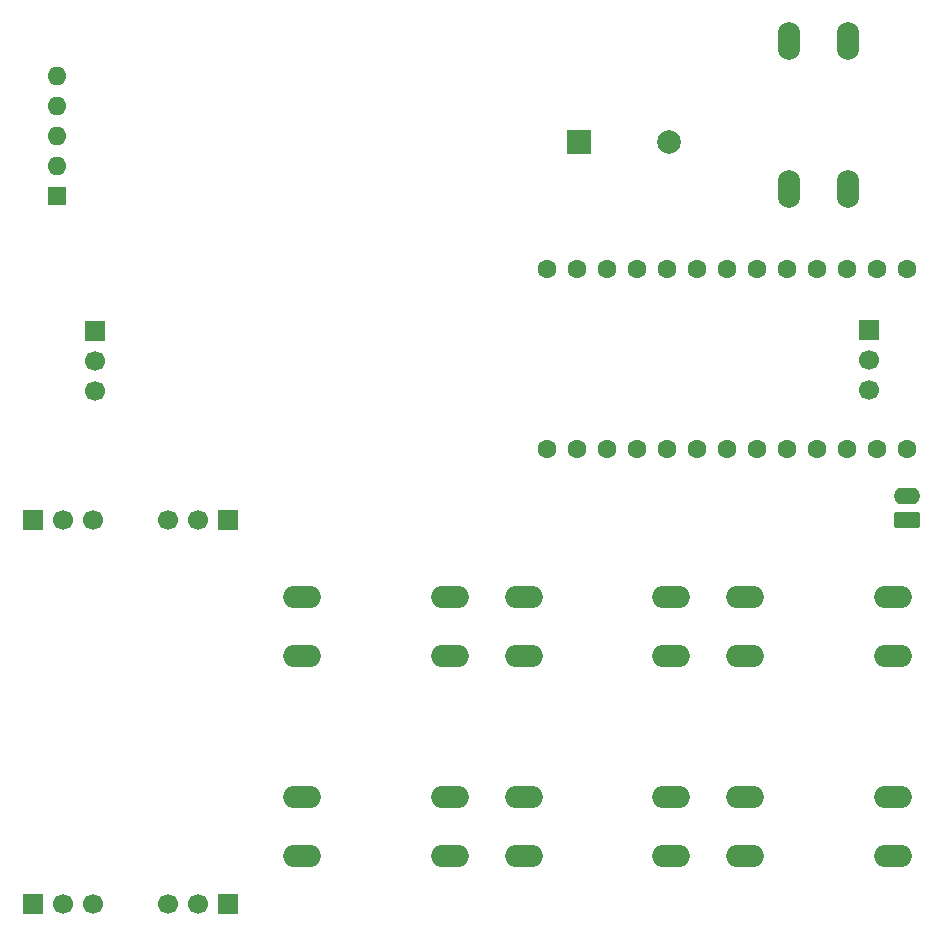
<source format=gts>
%TF.GenerationSoftware,KiCad,Pcbnew,9.0.5*%
%TF.CreationDate,2025-10-27T12:52:04+01:00*%
%TF.ProjectId,mastermind,6d617374-6572-46d6-996e-642e6b696361,rev?*%
%TF.SameCoordinates,Original*%
%TF.FileFunction,Soldermask,Top*%
%TF.FilePolarity,Negative*%
%FSLAX46Y46*%
G04 Gerber Fmt 4.6, Leading zero omitted, Abs format (unit mm)*
G04 Created by KiCad (PCBNEW 9.0.5) date 2025-10-27 12:52:04*
%MOMM*%
%LPD*%
G01*
G04 APERTURE LIST*
G04 Aperture macros list*
%AMRoundRect*
0 Rectangle with rounded corners*
0 $1 Rounding radius*
0 $2 $3 $4 $5 $6 $7 $8 $9 X,Y pos of 4 corners*
0 Add a 4 corners polygon primitive as box body*
4,1,4,$2,$3,$4,$5,$6,$7,$8,$9,$2,$3,0*
0 Add four circle primitives for the rounded corners*
1,1,$1+$1,$2,$3*
1,1,$1+$1,$4,$5*
1,1,$1+$1,$6,$7*
1,1,$1+$1,$8,$9*
0 Add four rect primitives between the rounded corners*
20,1,$1+$1,$2,$3,$4,$5,0*
20,1,$1+$1,$4,$5,$6,$7,0*
20,1,$1+$1,$6,$7,$8,$9,0*
20,1,$1+$1,$8,$9,$2,$3,0*%
G04 Aperture macros list end*
%ADD10R,1.700000X1.700000*%
%ADD11C,1.700000*%
%ADD12C,1.600000*%
%ADD13R,1.600000X1.600000*%
%ADD14O,1.600000X1.600000*%
%ADD15O,3.200000X1.900000*%
%ADD16R,2.000000X2.000000*%
%ADD17C,2.000000*%
%ADD18O,1.900000X3.200000*%
%ADD19RoundRect,0.291666X0.833334X-0.408334X0.833334X0.408334X-0.833334X0.408334X-0.833334X-0.408334X0*%
%ADD20O,2.250000X1.400000*%
G04 APERTURE END LIST*
D10*
%TO.C,LED2*%
X85920000Y-104000000D03*
D11*
X88460000Y-104000000D03*
X91000000Y-104000000D03*
D10*
X85920000Y-136500000D03*
D11*
X88460000Y-136500000D03*
X91000000Y-136500000D03*
%TD*%
D10*
%TO.C,LED3*%
X102500000Y-136500000D03*
D11*
X99960000Y-136500000D03*
X97420000Y-136500000D03*
D10*
X102500000Y-104000000D03*
D11*
X99960000Y-104000000D03*
X97420000Y-104000000D03*
%TD*%
D12*
%TO.C,U1*%
X157460000Y-98000000D03*
X154920000Y-98000000D03*
X152380000Y-98000000D03*
X149840000Y-98000000D03*
X147300000Y-98000000D03*
X144760000Y-98000000D03*
X142220000Y-98000000D03*
X139680000Y-98000000D03*
X137140000Y-98000000D03*
X134600000Y-98000000D03*
X132060000Y-98000000D03*
X129520000Y-98000000D03*
X157460010Y-82759990D03*
X154920010Y-82759990D03*
X152380010Y-82759990D03*
X149840010Y-82759990D03*
X147300010Y-82759990D03*
X144760010Y-82759990D03*
X142220010Y-82759990D03*
X139680010Y-82759990D03*
X137140010Y-82759990D03*
X134600010Y-82759990D03*
X132060010Y-82759990D03*
X129520010Y-82759990D03*
X160000000Y-98000000D03*
X160000010Y-82759990D03*
%TD*%
D11*
%TO.C,LED1*%
X91250000Y-93080000D03*
X91250000Y-90540000D03*
D10*
X91250000Y-88000000D03*
D11*
X156750000Y-93040000D03*
X156750000Y-90500000D03*
D10*
X156750000Y-87960000D03*
%TD*%
D13*
%TO.C,7SEG1*%
X88000000Y-76580000D03*
D14*
X88000000Y-74040000D03*
X88000000Y-71500000D03*
X88000000Y-68960000D03*
X88000000Y-66420000D03*
%TD*%
D15*
%TO.C,SW5*%
X108750000Y-127500000D03*
X121250000Y-127500000D03*
X108750000Y-132500000D03*
X121250000Y-132500000D03*
%TD*%
D16*
%TO.C,BZ1*%
X132200000Y-72000000D03*
D17*
X139800000Y-72000000D03*
%TD*%
D15*
%TO.C,SW2*%
X158750000Y-115500000D03*
X146250000Y-115500000D03*
X158750000Y-110500000D03*
X146250000Y-110500000D03*
%TD*%
%TO.C,SW4*%
X140000000Y-115500000D03*
X127500000Y-115500000D03*
X140000000Y-110500000D03*
X127500000Y-110500000D03*
%TD*%
%TO.C,SW6*%
X121250000Y-115500000D03*
X108750000Y-115500000D03*
X121250000Y-110500000D03*
X108750000Y-110500000D03*
%TD*%
%TO.C,SW3*%
X127500000Y-127500000D03*
X140000000Y-127500000D03*
X127500000Y-132500000D03*
X140000000Y-132500000D03*
%TD*%
%TO.C,SW1*%
X146250000Y-127500000D03*
X158750000Y-127500000D03*
X146250000Y-132500000D03*
X158750000Y-132500000D03*
%TD*%
D18*
%TO.C,SW7*%
X150000000Y-76000000D03*
X150000000Y-63500000D03*
X155000000Y-76000000D03*
X155000000Y-63500000D03*
%TD*%
D19*
%TO.C,J1*%
X160000000Y-104000000D03*
D20*
X160000000Y-102000000D03*
%TD*%
M02*

</source>
